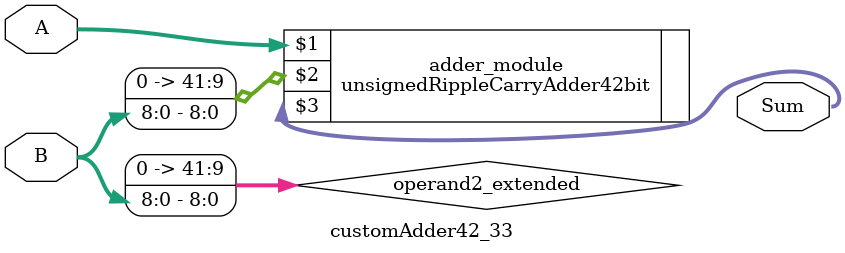
<source format=v>
module customAdder42_33(
                        input [41 : 0] A,
                        input [8 : 0] B,
                        
                        output [42 : 0] Sum
                );

        wire [41 : 0] operand2_extended;
        
        assign operand2_extended =  {33'b0, B};
        
        unsignedRippleCarryAdder42bit adder_module(
            A,
            operand2_extended,
            Sum
        );
        
        endmodule
        
</source>
